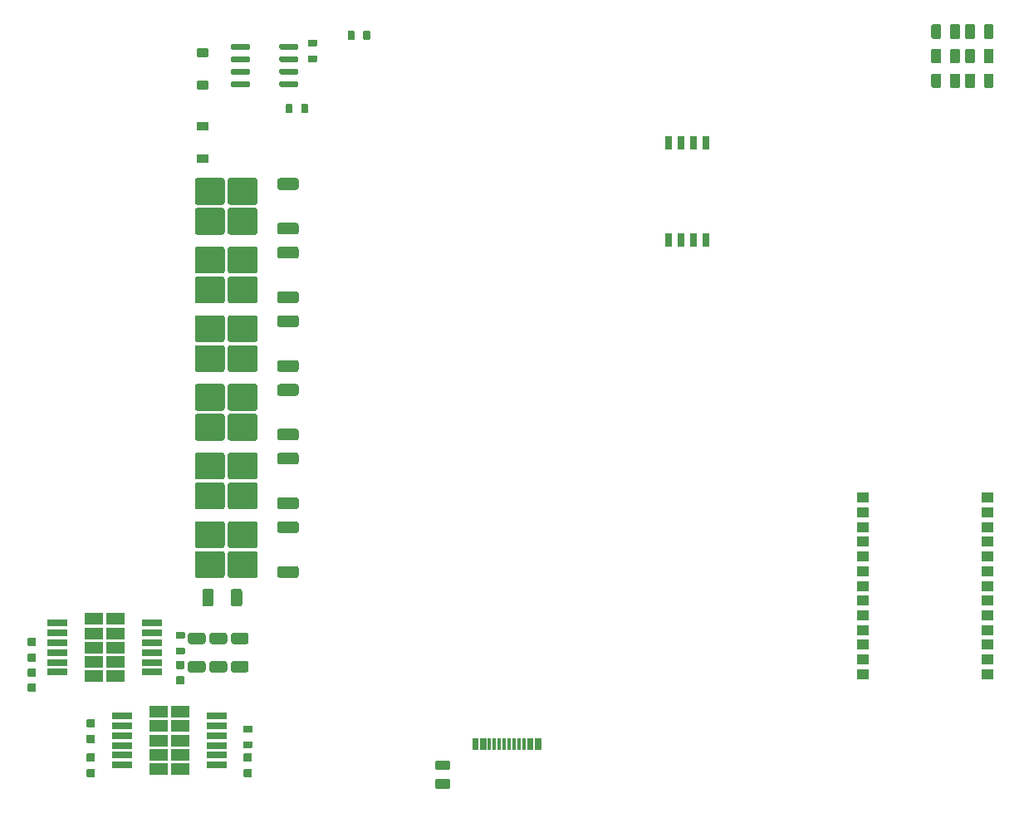
<source format=gtp>
G04 #@! TF.GenerationSoftware,KiCad,Pcbnew,8.0.4*
G04 #@! TF.CreationDate,2024-10-18T14:39:33+02:00*
G04 #@! TF.ProjectId,uefi2,75656669-322e-46b6-9963-61645f706362,C*
G04 #@! TF.SameCoordinates,PX2fb21b8PY98952e8*
G04 #@! TF.FileFunction,Paste,Top*
G04 #@! TF.FilePolarity,Positive*
%FSLAX46Y46*%
G04 Gerber Fmt 4.6, Leading zero omitted, Abs format (unit mm)*
G04 Created by KiCad (PCBNEW 8.0.4) date 2024-10-18 14:39:33*
%MOMM*%
%LPD*%
G01*
G04 APERTURE LIST*
%ADD10O,0.000001X0.000001*%
%ADD11R,1.300000X1.000000*%
%ADD12R,1.950000X1.160000*%
%ADD13R,2.000000X0.650000*%
%ADD14R,0.300000X1.150000*%
%ADD15R,0.690000X1.350000*%
G04 APERTURE END LIST*
G04 #@! TO.C,R40*
G36*
G01*
X96731778Y74686000D02*
X96731778Y75936000D01*
G75*
G02*
X96831778Y76036000I100000J0D01*
G01*
X97631778Y76036000D01*
G75*
G02*
X97731778Y75936000I0J-100000D01*
G01*
X97731778Y74686000D01*
G75*
G02*
X97631778Y74586000I-100000J0D01*
G01*
X96831778Y74586000D01*
G75*
G02*
X96731778Y74686000I0J100000D01*
G01*
G37*
G36*
G01*
X98631800Y74686000D02*
X98631800Y75936000D01*
G75*
G02*
X98731800Y76036000I100000J0D01*
G01*
X99531800Y76036000D01*
G75*
G02*
X99631800Y75936000I0J-100000D01*
G01*
X99631800Y74686000D01*
G75*
G02*
X99531800Y74586000I-100000J0D01*
G01*
X98731800Y74586000D01*
G75*
G02*
X98631800Y74686000I0J100000D01*
G01*
G37*
G04 #@! TD*
G04 #@! TO.C,U7*
G36*
G01*
X28762400Y75104600D02*
X28762400Y74804600D01*
G75*
G02*
X28612400Y74654600I-150000J0D01*
G01*
X26962400Y74654600D01*
G75*
G02*
X26812400Y74804600I0J150000D01*
G01*
X26812400Y75104600D01*
G75*
G02*
X26962400Y75254600I150000J0D01*
G01*
X28612400Y75254600D01*
G75*
G02*
X28762400Y75104600I0J-150000D01*
G01*
G37*
G36*
G01*
X28762400Y76374600D02*
X28762400Y76074600D01*
G75*
G02*
X28612400Y75924600I-150000J0D01*
G01*
X26962400Y75924600D01*
G75*
G02*
X26812400Y76074600I0J150000D01*
G01*
X26812400Y76374600D01*
G75*
G02*
X26962400Y76524600I150000J0D01*
G01*
X28612400Y76524600D01*
G75*
G02*
X28762400Y76374600I0J-150000D01*
G01*
G37*
G36*
G01*
X28762400Y77644600D02*
X28762400Y77344600D01*
G75*
G02*
X28612400Y77194600I-150000J0D01*
G01*
X26962400Y77194600D01*
G75*
G02*
X26812400Y77344600I0J150000D01*
G01*
X26812400Y77644600D01*
G75*
G02*
X26962400Y77794600I150000J0D01*
G01*
X28612400Y77794600D01*
G75*
G02*
X28762400Y77644600I0J-150000D01*
G01*
G37*
G36*
G01*
X28762400Y78914600D02*
X28762400Y78614600D01*
G75*
G02*
X28612400Y78464600I-150000J0D01*
G01*
X26962400Y78464600D01*
G75*
G02*
X26812400Y78614600I0J150000D01*
G01*
X26812400Y78914600D01*
G75*
G02*
X26962400Y79064600I150000J0D01*
G01*
X28612400Y79064600D01*
G75*
G02*
X28762400Y78914600I0J-150000D01*
G01*
G37*
G36*
G01*
X23812400Y78914600D02*
X23812400Y78614600D01*
G75*
G02*
X23662400Y78464600I-150000J0D01*
G01*
X22012400Y78464600D01*
G75*
G02*
X21862400Y78614600I0J150000D01*
G01*
X21862400Y78914600D01*
G75*
G02*
X22012400Y79064600I150000J0D01*
G01*
X23662400Y79064600D01*
G75*
G02*
X23812400Y78914600I0J-150000D01*
G01*
G37*
G36*
G01*
X23812400Y77644600D02*
X23812400Y77344600D01*
G75*
G02*
X23662400Y77194600I-150000J0D01*
G01*
X22012400Y77194600D01*
G75*
G02*
X21862400Y77344600I0J150000D01*
G01*
X21862400Y77644600D01*
G75*
G02*
X22012400Y77794600I150000J0D01*
G01*
X23662400Y77794600D01*
G75*
G02*
X23812400Y77644600I0J-150000D01*
G01*
G37*
G36*
G01*
X23812400Y76374600D02*
X23812400Y76074600D01*
G75*
G02*
X23662400Y75924600I-150000J0D01*
G01*
X22012400Y75924600D01*
G75*
G02*
X21862400Y76074600I0J150000D01*
G01*
X21862400Y76374600D01*
G75*
G02*
X22012400Y76524600I150000J0D01*
G01*
X23662400Y76524600D01*
G75*
G02*
X23812400Y76374600I0J-150000D01*
G01*
G37*
G36*
G01*
X23812400Y75104600D02*
X23812400Y74804600D01*
G75*
G02*
X23662400Y74654600I-150000J0D01*
G01*
X22012400Y74654600D01*
G75*
G02*
X21862400Y74804600I0J150000D01*
G01*
X21862400Y75104600D01*
G75*
G02*
X22012400Y75254600I150000J0D01*
G01*
X23662400Y75254600D01*
G75*
G02*
X23812400Y75104600I0J-150000D01*
G01*
G37*
G04 #@! TD*
G04 #@! TO.C,C24*
G36*
G01*
X7247400Y10209601D02*
X7927400Y10209601D01*
G75*
G02*
X8012400Y10124601I0J-85000D01*
G01*
X8012400Y9444601D01*
G75*
G02*
X7927400Y9359601I-85000J0D01*
G01*
X7247400Y9359601D01*
G75*
G02*
X7162400Y9444601I0J85000D01*
G01*
X7162400Y10124601D01*
G75*
G02*
X7247400Y10209601I85000J0D01*
G01*
G37*
G36*
G01*
X7247400Y8629599D02*
X7927400Y8629599D01*
G75*
G02*
X8012400Y8544599I0J-85000D01*
G01*
X8012400Y7864599D01*
G75*
G02*
X7927400Y7779599I-85000J0D01*
G01*
X7247400Y7779599D01*
G75*
G02*
X7162400Y7864599I0J85000D01*
G01*
X7162400Y8544599D01*
G75*
G02*
X7247400Y8629599I85000J0D01*
G01*
G37*
G04 #@! TD*
G04 #@! TO.C,R39*
G36*
G01*
X96731778Y77186000D02*
X96731778Y78436000D01*
G75*
G02*
X96831778Y78536000I100000J0D01*
G01*
X97631778Y78536000D01*
G75*
G02*
X97731778Y78436000I0J-100000D01*
G01*
X97731778Y77186000D01*
G75*
G02*
X97631778Y77086000I-100000J0D01*
G01*
X96831778Y77086000D01*
G75*
G02*
X96731778Y77186000I0J100000D01*
G01*
G37*
G36*
G01*
X98631800Y77186000D02*
X98631800Y78436000D01*
G75*
G02*
X98731800Y78536000I100000J0D01*
G01*
X99531800Y78536000D01*
G75*
G02*
X99631800Y78436000I0J-100000D01*
G01*
X99631800Y77186000D01*
G75*
G02*
X99531800Y77086000I-100000J0D01*
G01*
X98731800Y77086000D01*
G75*
G02*
X98631800Y77186000I0J100000D01*
G01*
G37*
G04 #@! TD*
G04 #@! TO.C,Q10*
G36*
G01*
X28787400Y39564600D02*
X28787400Y38864600D01*
G75*
G02*
X28537400Y38614600I-250000J0D01*
G01*
X26837400Y38614600D01*
G75*
G02*
X26587400Y38864600I0J250000D01*
G01*
X26587400Y39564600D01*
G75*
G02*
X26837400Y39814600I250000J0D01*
G01*
X28537400Y39814600D01*
G75*
G02*
X28787400Y39564600I0J-250000D01*
G01*
G37*
G36*
G01*
X24587400Y41094600D02*
X24587400Y38844600D01*
G75*
G02*
X24337400Y38594600I-250000J0D01*
G01*
X21787400Y38594600D01*
G75*
G02*
X21537400Y38844600I0J250000D01*
G01*
X21537400Y41094600D01*
G75*
G02*
X21787400Y41344600I250000J0D01*
G01*
X24337400Y41344600D01*
G75*
G02*
X24587400Y41094600I0J-250000D01*
G01*
G37*
G36*
G01*
X24587400Y44144600D02*
X24587400Y41894600D01*
G75*
G02*
X24337400Y41644600I-250000J0D01*
G01*
X21787400Y41644600D01*
G75*
G02*
X21537400Y41894600I0J250000D01*
G01*
X21537400Y44144600D01*
G75*
G02*
X21787400Y44394600I250000J0D01*
G01*
X24337400Y44394600D01*
G75*
G02*
X24587400Y44144600I0J-250000D01*
G01*
G37*
G36*
G01*
X21237400Y41094600D02*
X21237400Y38844600D01*
G75*
G02*
X20987400Y38594600I-250000J0D01*
G01*
X18437400Y38594600D01*
G75*
G02*
X18187400Y38844600I0J250000D01*
G01*
X18187400Y41094600D01*
G75*
G02*
X18437400Y41344600I250000J0D01*
G01*
X20987400Y41344600D01*
G75*
G02*
X21237400Y41094600I0J-250000D01*
G01*
G37*
G36*
G01*
X21237400Y44144600D02*
X21237400Y41894600D01*
G75*
G02*
X20987400Y41644600I-250000J0D01*
G01*
X18437400Y41644600D01*
G75*
G02*
X18187400Y41894600I0J250000D01*
G01*
X18187400Y44144600D01*
G75*
G02*
X18437400Y44394600I250000J0D01*
G01*
X20987400Y44394600D01*
G75*
G02*
X21237400Y44144600I0J-250000D01*
G01*
G37*
G36*
G01*
X28787400Y44124600D02*
X28787400Y43424600D01*
G75*
G02*
X28537400Y43174600I-250000J0D01*
G01*
X26837400Y43174600D01*
G75*
G02*
X26587400Y43424600I0J250000D01*
G01*
X26587400Y44124600D01*
G75*
G02*
X26837400Y44374600I250000J0D01*
G01*
X28537400Y44374600D01*
G75*
G02*
X28787400Y44124600I0J-250000D01*
G01*
G37*
G04 #@! TD*
G04 #@! TO.C,Q7*
G36*
G01*
X28787400Y60564600D02*
X28787400Y59864600D01*
G75*
G02*
X28537400Y59614600I-250000J0D01*
G01*
X26837400Y59614600D01*
G75*
G02*
X26587400Y59864600I0J250000D01*
G01*
X26587400Y60564600D01*
G75*
G02*
X26837400Y60814600I250000J0D01*
G01*
X28537400Y60814600D01*
G75*
G02*
X28787400Y60564600I0J-250000D01*
G01*
G37*
G36*
G01*
X24587400Y62094600D02*
X24587400Y59844600D01*
G75*
G02*
X24337400Y59594600I-250000J0D01*
G01*
X21787400Y59594600D01*
G75*
G02*
X21537400Y59844600I0J250000D01*
G01*
X21537400Y62094600D01*
G75*
G02*
X21787400Y62344600I250000J0D01*
G01*
X24337400Y62344600D01*
G75*
G02*
X24587400Y62094600I0J-250000D01*
G01*
G37*
G36*
G01*
X24587400Y65144600D02*
X24587400Y62894600D01*
G75*
G02*
X24337400Y62644600I-250000J0D01*
G01*
X21787400Y62644600D01*
G75*
G02*
X21537400Y62894600I0J250000D01*
G01*
X21537400Y65144600D01*
G75*
G02*
X21787400Y65394600I250000J0D01*
G01*
X24337400Y65394600D01*
G75*
G02*
X24587400Y65144600I0J-250000D01*
G01*
G37*
G36*
G01*
X21237400Y62094600D02*
X21237400Y59844600D01*
G75*
G02*
X20987400Y59594600I-250000J0D01*
G01*
X18437400Y59594600D01*
G75*
G02*
X18187400Y59844600I0J250000D01*
G01*
X18187400Y62094600D01*
G75*
G02*
X18437400Y62344600I250000J0D01*
G01*
X20987400Y62344600D01*
G75*
G02*
X21237400Y62094600I0J-250000D01*
G01*
G37*
G36*
G01*
X21237400Y65144600D02*
X21237400Y62894600D01*
G75*
G02*
X20987400Y62644600I-250000J0D01*
G01*
X18437400Y62644600D01*
G75*
G02*
X18187400Y62894600I0J250000D01*
G01*
X18187400Y65144600D01*
G75*
G02*
X18437400Y65394600I250000J0D01*
G01*
X20987400Y65394600D01*
G75*
G02*
X21237400Y65144600I0J-250000D01*
G01*
G37*
G36*
G01*
X28787400Y65124600D02*
X28787400Y64424600D01*
G75*
G02*
X28537400Y64174600I-250000J0D01*
G01*
X26837400Y64174600D01*
G75*
G02*
X26587400Y64424600I0J250000D01*
G01*
X26587400Y65124600D01*
G75*
G02*
X26837400Y65374600I250000J0D01*
G01*
X28537400Y65374600D01*
G75*
G02*
X28787400Y65124600I0J-250000D01*
G01*
G37*
G04 #@! TD*
G04 #@! TO.C,Q8*
G36*
G01*
X28787400Y53564600D02*
X28787400Y52864600D01*
G75*
G02*
X28537400Y52614600I-250000J0D01*
G01*
X26837400Y52614600D01*
G75*
G02*
X26587400Y52864600I0J250000D01*
G01*
X26587400Y53564600D01*
G75*
G02*
X26837400Y53814600I250000J0D01*
G01*
X28537400Y53814600D01*
G75*
G02*
X28787400Y53564600I0J-250000D01*
G01*
G37*
G36*
G01*
X24587400Y55094600D02*
X24587400Y52844600D01*
G75*
G02*
X24337400Y52594600I-250000J0D01*
G01*
X21787400Y52594600D01*
G75*
G02*
X21537400Y52844600I0J250000D01*
G01*
X21537400Y55094600D01*
G75*
G02*
X21787400Y55344600I250000J0D01*
G01*
X24337400Y55344600D01*
G75*
G02*
X24587400Y55094600I0J-250000D01*
G01*
G37*
G36*
G01*
X24587400Y58144600D02*
X24587400Y55894600D01*
G75*
G02*
X24337400Y55644600I-250000J0D01*
G01*
X21787400Y55644600D01*
G75*
G02*
X21537400Y55894600I0J250000D01*
G01*
X21537400Y58144600D01*
G75*
G02*
X21787400Y58394600I250000J0D01*
G01*
X24337400Y58394600D01*
G75*
G02*
X24587400Y58144600I0J-250000D01*
G01*
G37*
G36*
G01*
X21237400Y55094600D02*
X21237400Y52844600D01*
G75*
G02*
X20987400Y52594600I-250000J0D01*
G01*
X18437400Y52594600D01*
G75*
G02*
X18187400Y52844600I0J250000D01*
G01*
X18187400Y55094600D01*
G75*
G02*
X18437400Y55344600I250000J0D01*
G01*
X20987400Y55344600D01*
G75*
G02*
X21237400Y55094600I0J-250000D01*
G01*
G37*
G36*
G01*
X21237400Y58144600D02*
X21237400Y55894600D01*
G75*
G02*
X20987400Y55644600I-250000J0D01*
G01*
X18437400Y55644600D01*
G75*
G02*
X18187400Y55894600I0J250000D01*
G01*
X18187400Y58144600D01*
G75*
G02*
X18437400Y58394600I250000J0D01*
G01*
X20987400Y58394600D01*
G75*
G02*
X21237400Y58144600I0J-250000D01*
G01*
G37*
G36*
G01*
X28787400Y58124600D02*
X28787400Y57424600D01*
G75*
G02*
X28537400Y57174600I-250000J0D01*
G01*
X26837400Y57174600D01*
G75*
G02*
X26587400Y57424600I0J250000D01*
G01*
X26587400Y58124600D01*
G75*
G02*
X26837400Y58374600I250000J0D01*
G01*
X28537400Y58374600D01*
G75*
G02*
X28787400Y58124600I0J-250000D01*
G01*
G37*
G04 #@! TD*
G04 #@! TO.C,C26*
G36*
G01*
X23247400Y6709601D02*
X23927400Y6709601D01*
G75*
G02*
X24012400Y6624601I0J-85000D01*
G01*
X24012400Y5944601D01*
G75*
G02*
X23927400Y5859601I-85000J0D01*
G01*
X23247400Y5859601D01*
G75*
G02*
X23162400Y5944601I0J85000D01*
G01*
X23162400Y6624601D01*
G75*
G02*
X23247400Y6709601I85000J0D01*
G01*
G37*
G36*
G01*
X23247400Y5129599D02*
X23927400Y5129599D01*
G75*
G02*
X24012400Y5044599I0J-85000D01*
G01*
X24012400Y4364599D01*
G75*
G02*
X23927400Y4279599I-85000J0D01*
G01*
X23247400Y4279599D01*
G75*
G02*
X23162400Y4364599I0J85000D01*
G01*
X23162400Y5044599D01*
G75*
G02*
X23247400Y5129599I85000J0D01*
G01*
G37*
G04 #@! TD*
G04 #@! TO.C,R1*
G36*
G01*
X36069897Y80309600D02*
X36069897Y79529600D01*
G75*
G02*
X35999897Y79459600I-70000J0D01*
G01*
X35439897Y79459600D01*
G75*
G02*
X35369897Y79529600I0J70000D01*
G01*
X35369897Y80309600D01*
G75*
G02*
X35439897Y80379600I70000J0D01*
G01*
X35999897Y80379600D01*
G75*
G02*
X36069897Y80309600I0J-70000D01*
G01*
G37*
G36*
G01*
X34469897Y80309600D02*
X34469897Y79529600D01*
G75*
G02*
X34399897Y79459600I-70000J0D01*
G01*
X33839897Y79459600D01*
G75*
G02*
X33769897Y79529600I0J70000D01*
G01*
X33769897Y80309600D01*
G75*
G02*
X33839897Y80379600I70000J0D01*
G01*
X34399897Y80379600D01*
G75*
G02*
X34469897Y80309600I0J-70000D01*
G01*
G37*
G04 #@! TD*
G04 #@! TO.C,C13*
G36*
G01*
X16372400Y16169601D02*
X17052400Y16169601D01*
G75*
G02*
X17137400Y16084601I0J-85000D01*
G01*
X17137400Y15404601D01*
G75*
G02*
X17052400Y15319601I-85000J0D01*
G01*
X16372400Y15319601D01*
G75*
G02*
X16287400Y15404601I0J85000D01*
G01*
X16287400Y16084601D01*
G75*
G02*
X16372400Y16169601I85000J0D01*
G01*
G37*
G36*
G01*
X16372400Y14589599D02*
X17052400Y14589599D01*
G75*
G02*
X17137400Y14504599I0J-85000D01*
G01*
X17137400Y13824599D01*
G75*
G02*
X17052400Y13739599I-85000J0D01*
G01*
X16372400Y13739599D01*
G75*
G02*
X16287400Y13824599I0J85000D01*
G01*
X16287400Y14504599D01*
G75*
G02*
X16372400Y14589599I85000J0D01*
G01*
G37*
G04 #@! TD*
G04 #@! TO.C,F4*
G36*
G01*
X17487400Y18099610D02*
X17487400Y18789610D01*
G75*
G02*
X17717400Y19019610I230000J0D01*
G01*
X19057400Y19019610D01*
G75*
G02*
X19287400Y18789610I0J-230000D01*
G01*
X19287400Y18099610D01*
G75*
G02*
X19057400Y17869610I-230000J0D01*
G01*
X17717400Y17869610D01*
G75*
G02*
X17487400Y18099610I0J230000D01*
G01*
G37*
G36*
G01*
X17487400Y15199590D02*
X17487400Y15889590D01*
G75*
G02*
X17717400Y16119590I230000J0D01*
G01*
X19057400Y16119590D01*
G75*
G02*
X19287400Y15889590I0J-230000D01*
G01*
X19287400Y15199590D01*
G75*
G02*
X19057400Y14969590I-230000J0D01*
G01*
X17717400Y14969590D01*
G75*
G02*
X17487400Y15199590I0J230000D01*
G01*
G37*
G04 #@! TD*
G04 #@! TO.C,R37*
G36*
G01*
X93281778Y74686000D02*
X93281778Y75936000D01*
G75*
G02*
X93381778Y76036000I100000J0D01*
G01*
X94181778Y76036000D01*
G75*
G02*
X94281778Y75936000I0J-100000D01*
G01*
X94281778Y74686000D01*
G75*
G02*
X94181778Y74586000I-100000J0D01*
G01*
X93381778Y74586000D01*
G75*
G02*
X93281778Y74686000I0J100000D01*
G01*
G37*
G36*
G01*
X95181800Y74686000D02*
X95181800Y75936000D01*
G75*
G02*
X95281800Y76036000I100000J0D01*
G01*
X96081800Y76036000D01*
G75*
G02*
X96181800Y75936000I0J-100000D01*
G01*
X96181800Y74686000D01*
G75*
G02*
X96081800Y74586000I-100000J0D01*
G01*
X95281800Y74586000D01*
G75*
G02*
X95181800Y74686000I0J100000D01*
G01*
G37*
G04 #@! TD*
G04 #@! TO.C,C11*
G36*
G01*
X1247400Y18509601D02*
X1927400Y18509601D01*
G75*
G02*
X2012400Y18424601I0J-85000D01*
G01*
X2012400Y17744601D01*
G75*
G02*
X1927400Y17659601I-85000J0D01*
G01*
X1247400Y17659601D01*
G75*
G02*
X1162400Y17744601I0J85000D01*
G01*
X1162400Y18424601D01*
G75*
G02*
X1247400Y18509601I85000J0D01*
G01*
G37*
G36*
G01*
X1247400Y16929599D02*
X1927400Y16929599D01*
G75*
G02*
X2012400Y16844599I0J-85000D01*
G01*
X2012400Y16164599D01*
G75*
G02*
X1927400Y16079599I-85000J0D01*
G01*
X1247400Y16079599D01*
G75*
G02*
X1162400Y16164599I0J85000D01*
G01*
X1162400Y16844599D01*
G75*
G02*
X1247400Y16929599I85000J0D01*
G01*
G37*
G04 #@! TD*
G04 #@! TO.C,R10*
G36*
G01*
X29737400Y72834600D02*
X29737400Y72054600D01*
G75*
G02*
X29667400Y71984600I-70000J0D01*
G01*
X29107400Y71984600D01*
G75*
G02*
X29037400Y72054600I0J70000D01*
G01*
X29037400Y72834600D01*
G75*
G02*
X29107400Y72904600I70000J0D01*
G01*
X29667400Y72904600D01*
G75*
G02*
X29737400Y72834600I0J-70000D01*
G01*
G37*
G36*
G01*
X28137400Y72834600D02*
X28137400Y72054600D01*
G75*
G02*
X28067400Y71984600I-70000J0D01*
G01*
X27507400Y71984600D01*
G75*
G02*
X27437400Y72054600I0J70000D01*
G01*
X27437400Y72834600D01*
G75*
G02*
X27507400Y72904600I70000J0D01*
G01*
X28067400Y72904600D01*
G75*
G02*
X28137400Y72834600I0J-70000D01*
G01*
G37*
G04 #@! TD*
G04 #@! TO.C,F3*
G36*
G01*
X19687400Y18099610D02*
X19687400Y18789610D01*
G75*
G02*
X19917400Y19019610I230000J0D01*
G01*
X21257400Y19019610D01*
G75*
G02*
X21487400Y18789610I0J-230000D01*
G01*
X21487400Y18099610D01*
G75*
G02*
X21257400Y17869610I-230000J0D01*
G01*
X19917400Y17869610D01*
G75*
G02*
X19687400Y18099610I0J230000D01*
G01*
G37*
G36*
G01*
X19687400Y15199590D02*
X19687400Y15889590D01*
G75*
G02*
X19917400Y16119590I230000J0D01*
G01*
X21257400Y16119590D01*
G75*
G02*
X21487400Y15889590I0J-230000D01*
G01*
X21487400Y15199590D01*
G75*
G02*
X21257400Y14969590I-230000J0D01*
G01*
X19917400Y14969590D01*
G75*
G02*
X19687400Y15199590I0J230000D01*
G01*
G37*
G04 #@! TD*
G04 #@! TO.C,C25*
G36*
G01*
X7927400Y4279599D02*
X7247400Y4279599D01*
G75*
G02*
X7162400Y4364599I0J85000D01*
G01*
X7162400Y5044599D01*
G75*
G02*
X7247400Y5129599I85000J0D01*
G01*
X7927400Y5129599D01*
G75*
G02*
X8012400Y5044599I0J-85000D01*
G01*
X8012400Y4364599D01*
G75*
G02*
X7927400Y4279599I-85000J0D01*
G01*
G37*
G36*
G01*
X7927400Y5859601D02*
X7247400Y5859601D01*
G75*
G02*
X7162400Y5944601I0J85000D01*
G01*
X7162400Y6624601D01*
G75*
G02*
X7247400Y6709601I85000J0D01*
G01*
X7927400Y6709601D01*
G75*
G02*
X8012400Y6624601I0J-85000D01*
G01*
X8012400Y5944601D01*
G75*
G02*
X7927400Y5859601I-85000J0D01*
G01*
G37*
G04 #@! TD*
G04 #@! TO.C,Q12*
G36*
G01*
X28787400Y25564600D02*
X28787400Y24864600D01*
G75*
G02*
X28537400Y24614600I-250000J0D01*
G01*
X26837400Y24614600D01*
G75*
G02*
X26587400Y24864600I0J250000D01*
G01*
X26587400Y25564600D01*
G75*
G02*
X26837400Y25814600I250000J0D01*
G01*
X28537400Y25814600D01*
G75*
G02*
X28787400Y25564600I0J-250000D01*
G01*
G37*
G36*
G01*
X24587400Y27094600D02*
X24587400Y24844600D01*
G75*
G02*
X24337400Y24594600I-250000J0D01*
G01*
X21787400Y24594600D01*
G75*
G02*
X21537400Y24844600I0J250000D01*
G01*
X21537400Y27094600D01*
G75*
G02*
X21787400Y27344600I250000J0D01*
G01*
X24337400Y27344600D01*
G75*
G02*
X24587400Y27094600I0J-250000D01*
G01*
G37*
G36*
G01*
X24587400Y30144600D02*
X24587400Y27894600D01*
G75*
G02*
X24337400Y27644600I-250000J0D01*
G01*
X21787400Y27644600D01*
G75*
G02*
X21537400Y27894600I0J250000D01*
G01*
X21537400Y30144600D01*
G75*
G02*
X21787400Y30394600I250000J0D01*
G01*
X24337400Y30394600D01*
G75*
G02*
X24587400Y30144600I0J-250000D01*
G01*
G37*
G36*
G01*
X21237400Y27094600D02*
X21237400Y24844600D01*
G75*
G02*
X20987400Y24594600I-250000J0D01*
G01*
X18437400Y24594600D01*
G75*
G02*
X18187400Y24844600I0J250000D01*
G01*
X18187400Y27094600D01*
G75*
G02*
X18437400Y27344600I250000J0D01*
G01*
X20987400Y27344600D01*
G75*
G02*
X21237400Y27094600I0J-250000D01*
G01*
G37*
G36*
G01*
X21237400Y30144600D02*
X21237400Y27894600D01*
G75*
G02*
X20987400Y27644600I-250000J0D01*
G01*
X18437400Y27644600D01*
G75*
G02*
X18187400Y27894600I0J250000D01*
G01*
X18187400Y30144600D01*
G75*
G02*
X18437400Y30394600I250000J0D01*
G01*
X20987400Y30394600D01*
G75*
G02*
X21237400Y30144600I0J-250000D01*
G01*
G37*
G36*
G01*
X28787400Y30124600D02*
X28787400Y29424600D01*
G75*
G02*
X28537400Y29174600I-250000J0D01*
G01*
X26837400Y29174600D01*
G75*
G02*
X26587400Y29424600I0J250000D01*
G01*
X26587400Y30124600D01*
G75*
G02*
X26837400Y30374600I250000J0D01*
G01*
X28537400Y30374600D01*
G75*
G02*
X28787400Y30124600I0J-250000D01*
G01*
G37*
G04 #@! TD*
D10*
G04 #@! TO.C,M7*
X30887403Y48294599D03*
G04 #@! TD*
G04 #@! TO.C,R9*
G36*
G01*
X16322400Y19104600D02*
X17102400Y19104600D01*
G75*
G02*
X17172400Y19034600I0J-70000D01*
G01*
X17172400Y18474600D01*
G75*
G02*
X17102400Y18404600I-70000J0D01*
G01*
X16322400Y18404600D01*
G75*
G02*
X16252400Y18474600I0J70000D01*
G01*
X16252400Y19034600D01*
G75*
G02*
X16322400Y19104600I70000J0D01*
G01*
G37*
G36*
G01*
X16322400Y17504600D02*
X17102400Y17504600D01*
G75*
G02*
X17172400Y17434600I0J-70000D01*
G01*
X17172400Y16874600D01*
G75*
G02*
X17102400Y16804600I-70000J0D01*
G01*
X16322400Y16804600D01*
G75*
G02*
X16252400Y16874600I0J70000D01*
G01*
X16252400Y17434600D01*
G75*
G02*
X16322400Y17504600I70000J0D01*
G01*
G37*
G04 #@! TD*
G04 #@! TO.C,Q9*
G36*
G01*
X28787400Y46564600D02*
X28787400Y45864600D01*
G75*
G02*
X28537400Y45614600I-250000J0D01*
G01*
X26837400Y45614600D01*
G75*
G02*
X26587400Y45864600I0J250000D01*
G01*
X26587400Y46564600D01*
G75*
G02*
X26837400Y46814600I250000J0D01*
G01*
X28537400Y46814600D01*
G75*
G02*
X28787400Y46564600I0J-250000D01*
G01*
G37*
G36*
G01*
X24587400Y48094600D02*
X24587400Y45844600D01*
G75*
G02*
X24337400Y45594600I-250000J0D01*
G01*
X21787400Y45594600D01*
G75*
G02*
X21537400Y45844600I0J250000D01*
G01*
X21537400Y48094600D01*
G75*
G02*
X21787400Y48344600I250000J0D01*
G01*
X24337400Y48344600D01*
G75*
G02*
X24587400Y48094600I0J-250000D01*
G01*
G37*
G36*
G01*
X24587400Y51144600D02*
X24587400Y48894600D01*
G75*
G02*
X24337400Y48644600I-250000J0D01*
G01*
X21787400Y48644600D01*
G75*
G02*
X21537400Y48894600I0J250000D01*
G01*
X21537400Y51144600D01*
G75*
G02*
X21787400Y51394600I250000J0D01*
G01*
X24337400Y51394600D01*
G75*
G02*
X24587400Y51144600I0J-250000D01*
G01*
G37*
G36*
G01*
X21237400Y48094600D02*
X21237400Y45844600D01*
G75*
G02*
X20987400Y45594600I-250000J0D01*
G01*
X18437400Y45594600D01*
G75*
G02*
X18187400Y45844600I0J250000D01*
G01*
X18187400Y48094600D01*
G75*
G02*
X18437400Y48344600I250000J0D01*
G01*
X20987400Y48344600D01*
G75*
G02*
X21237400Y48094600I0J-250000D01*
G01*
G37*
G36*
G01*
X21237400Y51144600D02*
X21237400Y48894600D01*
G75*
G02*
X20987400Y48644600I-250000J0D01*
G01*
X18437400Y48644600D01*
G75*
G02*
X18187400Y48894600I0J250000D01*
G01*
X18187400Y51144600D01*
G75*
G02*
X18437400Y51394600I250000J0D01*
G01*
X20987400Y51394600D01*
G75*
G02*
X21237400Y51144600I0J-250000D01*
G01*
G37*
G36*
G01*
X28787400Y51124600D02*
X28787400Y50424600D01*
G75*
G02*
X28537400Y50174600I-250000J0D01*
G01*
X26837400Y50174600D01*
G75*
G02*
X26587400Y50424600I0J250000D01*
G01*
X26587400Y51124600D01*
G75*
G02*
X26837400Y51374600I250000J0D01*
G01*
X28537400Y51374600D01*
G75*
G02*
X28787400Y51124600I0J-250000D01*
G01*
G37*
G04 #@! TD*
D11*
G04 #@! TO.C,U5*
X98987400Y14794600D03*
X98987400Y16294600D03*
X98987400Y17794600D03*
X98987400Y19294600D03*
X98987400Y20794600D03*
X98987400Y22294600D03*
X98987400Y23794600D03*
X98987400Y25294600D03*
X98987400Y26794600D03*
X98987400Y28294600D03*
X98987400Y29794600D03*
X98987400Y31294600D03*
X98987400Y32794600D03*
X86287400Y32794600D03*
X86287400Y31294600D03*
X86287400Y29794600D03*
X86287400Y28294600D03*
X86287400Y26794600D03*
X86287400Y25294600D03*
X86287400Y23794600D03*
X86287400Y22294600D03*
X86287400Y20794600D03*
X86287400Y19294600D03*
X86287400Y17794600D03*
X86287400Y16294600D03*
X86287400Y14794600D03*
G04 #@! TD*
G04 #@! TO.C,R35*
G36*
G01*
X93281778Y79686000D02*
X93281778Y80936000D01*
G75*
G02*
X93381778Y81036000I100000J0D01*
G01*
X94181778Y81036000D01*
G75*
G02*
X94281778Y80936000I0J-100000D01*
G01*
X94281778Y79686000D01*
G75*
G02*
X94181778Y79586000I-100000J0D01*
G01*
X93381778Y79586000D01*
G75*
G02*
X93281778Y79686000I0J100000D01*
G01*
G37*
G36*
G01*
X95181800Y79686000D02*
X95181800Y80936000D01*
G75*
G02*
X95281800Y81036000I100000J0D01*
G01*
X96081800Y81036000D01*
G75*
G02*
X96181800Y80936000I0J-100000D01*
G01*
X96181800Y79686000D01*
G75*
G02*
X96081800Y79586000I-100000J0D01*
G01*
X95281800Y79586000D01*
G75*
G02*
X95181800Y79686000I0J100000D01*
G01*
G37*
G04 #@! TD*
G04 #@! TO.C,F1*
G36*
G01*
X21887400Y18099610D02*
X21887400Y18789610D01*
G75*
G02*
X22117400Y19019610I230000J0D01*
G01*
X23457400Y19019610D01*
G75*
G02*
X23687400Y18789610I0J-230000D01*
G01*
X23687400Y18099610D01*
G75*
G02*
X23457400Y17869610I-230000J0D01*
G01*
X22117400Y17869610D01*
G75*
G02*
X21887400Y18099610I0J230000D01*
G01*
G37*
G36*
G01*
X21887400Y15199590D02*
X21887400Y15889590D01*
G75*
G02*
X22117400Y16119590I230000J0D01*
G01*
X23457400Y16119590D01*
G75*
G02*
X23687400Y15889590I0J-230000D01*
G01*
X23687400Y15199590D01*
G75*
G02*
X23457400Y14969590I-230000J0D01*
G01*
X22117400Y14969590D01*
G75*
G02*
X21887400Y15199590I0J230000D01*
G01*
G37*
G04 #@! TD*
G04 #@! TO.C,R4*
G36*
G01*
X42837009Y6014210D02*
X44087009Y6014210D01*
G75*
G02*
X44187009Y5914210I0J-100000D01*
G01*
X44187009Y5114210D01*
G75*
G02*
X44087009Y5014210I-100000J0D01*
G01*
X42837009Y5014210D01*
G75*
G02*
X42737009Y5114210I0J100000D01*
G01*
X42737009Y5914210D01*
G75*
G02*
X42837009Y6014210I100000J0D01*
G01*
G37*
G36*
G01*
X42837009Y4114188D02*
X44087009Y4114188D01*
G75*
G02*
X44187009Y4014188I0J-100000D01*
G01*
X44187009Y3214188D01*
G75*
G02*
X44087009Y3114188I-100000J0D01*
G01*
X42837009Y3114188D01*
G75*
G02*
X42737009Y3214188I0J100000D01*
G01*
X42737009Y4014188D01*
G75*
G02*
X42837009Y4114188I100000J0D01*
G01*
G37*
G04 #@! TD*
G04 #@! TO.C,R11*
G36*
G01*
X29797400Y79494600D02*
X30577400Y79494600D01*
G75*
G02*
X30647400Y79424600I0J-70000D01*
G01*
X30647400Y78864600D01*
G75*
G02*
X30577400Y78794600I-70000J0D01*
G01*
X29797400Y78794600D01*
G75*
G02*
X29727400Y78864600I0J70000D01*
G01*
X29727400Y79424600D01*
G75*
G02*
X29797400Y79494600I70000J0D01*
G01*
G37*
G36*
G01*
X29797400Y77894600D02*
X30577400Y77894600D01*
G75*
G02*
X30647400Y77824600I0J-70000D01*
G01*
X30647400Y77264600D01*
G75*
G02*
X30577400Y77194600I-70000J0D01*
G01*
X29797400Y77194600D01*
G75*
G02*
X29727400Y77264600I0J70000D01*
G01*
X29727400Y77824600D01*
G75*
G02*
X29797400Y77894600I70000J0D01*
G01*
G37*
G04 #@! TD*
G04 #@! TO.C,D3*
G36*
G01*
X19497400Y74394600D02*
X18477400Y74394600D01*
G75*
G02*
X18387400Y74484600I0J90000D01*
G01*
X18387400Y75204600D01*
G75*
G02*
X18477400Y75294600I90000J0D01*
G01*
X19497400Y75294600D01*
G75*
G02*
X19587400Y75204600I0J-90000D01*
G01*
X19587400Y74484600D01*
G75*
G02*
X19497400Y74394600I-90000J0D01*
G01*
G37*
G36*
G01*
X19497400Y77694600D02*
X18477400Y77694600D01*
G75*
G02*
X18387400Y77784600I0J90000D01*
G01*
X18387400Y78504600D01*
G75*
G02*
X18477400Y78594600I90000J0D01*
G01*
X19497400Y78594600D01*
G75*
G02*
X19587400Y78504600I0J-90000D01*
G01*
X19587400Y77784600D01*
G75*
G02*
X19497400Y77694600I-90000J0D01*
G01*
G37*
G04 #@! TD*
G04 #@! TO.C,R38*
G36*
G01*
X96731778Y79686000D02*
X96731778Y80936000D01*
G75*
G02*
X96831778Y81036000I100000J0D01*
G01*
X97631778Y81036000D01*
G75*
G02*
X97731778Y80936000I0J-100000D01*
G01*
X97731778Y79686000D01*
G75*
G02*
X97631778Y79586000I-100000J0D01*
G01*
X96831778Y79586000D01*
G75*
G02*
X96731778Y79686000I0J100000D01*
G01*
G37*
G36*
G01*
X98631800Y79686000D02*
X98631800Y80936000D01*
G75*
G02*
X98731800Y81036000I100000J0D01*
G01*
X99531800Y81036000D01*
G75*
G02*
X99631800Y80936000I0J-100000D01*
G01*
X99631800Y79686000D01*
G75*
G02*
X99531800Y79586000I-100000J0D01*
G01*
X98731800Y79586000D01*
G75*
G02*
X98631800Y79686000I0J100000D01*
G01*
G37*
G04 #@! TD*
G04 #@! TO.C,R36*
G36*
G01*
X93281778Y77186000D02*
X93281778Y78436000D01*
G75*
G02*
X93381778Y78536000I100000J0D01*
G01*
X94181778Y78536000D01*
G75*
G02*
X94281778Y78436000I0J-100000D01*
G01*
X94281778Y77186000D01*
G75*
G02*
X94181778Y77086000I-100000J0D01*
G01*
X93381778Y77086000D01*
G75*
G02*
X93281778Y77186000I0J100000D01*
G01*
G37*
G36*
G01*
X95181800Y77186000D02*
X95181800Y78436000D01*
G75*
G02*
X95281800Y78536000I100000J0D01*
G01*
X96081800Y78536000D01*
G75*
G02*
X96181800Y78436000I0J-100000D01*
G01*
X96181800Y77186000D01*
G75*
G02*
X96081800Y77086000I-100000J0D01*
G01*
X95281800Y77086000D01*
G75*
G02*
X95181800Y77186000I0J100000D01*
G01*
G37*
G04 #@! TD*
D12*
G04 #@! TO.C,U1*
X7862400Y20414600D03*
X7862400Y18954600D03*
X7862400Y17494600D03*
X7862400Y16034600D03*
X7862400Y14574600D03*
X10112400Y20414600D03*
X10112400Y18954600D03*
X10112400Y17494600D03*
X10112400Y16034600D03*
X10112400Y14574600D03*
D13*
X4187400Y19994600D03*
X4187400Y18994600D03*
X4187400Y17994600D03*
X4187400Y16994600D03*
X4187400Y15994600D03*
X4187400Y14994600D03*
X13787400Y14994600D03*
X13787400Y15994600D03*
X13787400Y16994600D03*
X13787400Y17994600D03*
X13787400Y18994600D03*
X13787400Y19994600D03*
G04 #@! TD*
D12*
G04 #@! TO.C,U2*
X14487400Y10954600D03*
X14487400Y9494600D03*
X14487400Y8034600D03*
X14487400Y6574600D03*
X14487400Y5114600D03*
X16737400Y10954600D03*
X16737400Y9494600D03*
X16737400Y8034600D03*
X16737400Y6574600D03*
X16737400Y5114600D03*
D13*
X10812400Y10534600D03*
X10812400Y9534600D03*
X10812400Y8534600D03*
X10812400Y7534600D03*
X10812400Y6534600D03*
X10812400Y5534600D03*
X20412400Y5534600D03*
X20412400Y6534600D03*
X20412400Y7534600D03*
X20412400Y8534600D03*
X20412400Y9534600D03*
X20412400Y10534600D03*
G04 #@! TD*
G04 #@! TO.C,Q11*
G36*
G01*
X28787400Y32564600D02*
X28787400Y31864600D01*
G75*
G02*
X28537400Y31614600I-250000J0D01*
G01*
X26837400Y31614600D01*
G75*
G02*
X26587400Y31864600I0J250000D01*
G01*
X26587400Y32564600D01*
G75*
G02*
X26837400Y32814600I250000J0D01*
G01*
X28537400Y32814600D01*
G75*
G02*
X28787400Y32564600I0J-250000D01*
G01*
G37*
G36*
G01*
X24587400Y34094600D02*
X24587400Y31844600D01*
G75*
G02*
X24337400Y31594600I-250000J0D01*
G01*
X21787400Y31594600D01*
G75*
G02*
X21537400Y31844600I0J250000D01*
G01*
X21537400Y34094600D01*
G75*
G02*
X21787400Y34344600I250000J0D01*
G01*
X24337400Y34344600D01*
G75*
G02*
X24587400Y34094600I0J-250000D01*
G01*
G37*
G36*
G01*
X24587400Y37144600D02*
X24587400Y34894600D01*
G75*
G02*
X24337400Y34644600I-250000J0D01*
G01*
X21787400Y34644600D01*
G75*
G02*
X21537400Y34894600I0J250000D01*
G01*
X21537400Y37144600D01*
G75*
G02*
X21787400Y37394600I250000J0D01*
G01*
X24337400Y37394600D01*
G75*
G02*
X24587400Y37144600I0J-250000D01*
G01*
G37*
G36*
G01*
X21237400Y34094600D02*
X21237400Y31844600D01*
G75*
G02*
X20987400Y31594600I-250000J0D01*
G01*
X18437400Y31594600D01*
G75*
G02*
X18187400Y31844600I0J250000D01*
G01*
X18187400Y34094600D01*
G75*
G02*
X18437400Y34344600I250000J0D01*
G01*
X20987400Y34344600D01*
G75*
G02*
X21237400Y34094600I0J-250000D01*
G01*
G37*
G36*
G01*
X21237400Y37144600D02*
X21237400Y34894600D01*
G75*
G02*
X20987400Y34644600I-250000J0D01*
G01*
X18437400Y34644600D01*
G75*
G02*
X18187400Y34894600I0J250000D01*
G01*
X18187400Y37144600D01*
G75*
G02*
X18437400Y37394600I250000J0D01*
G01*
X20987400Y37394600D01*
G75*
G02*
X21237400Y37144600I0J-250000D01*
G01*
G37*
G36*
G01*
X28787400Y37124600D02*
X28787400Y36424600D01*
G75*
G02*
X28537400Y36174600I-250000J0D01*
G01*
X26837400Y36174600D01*
G75*
G02*
X26587400Y36424600I0J250000D01*
G01*
X26587400Y37124600D01*
G75*
G02*
X26837400Y37374600I250000J0D01*
G01*
X28537400Y37374600D01*
G75*
G02*
X28787400Y37124600I0J-250000D01*
G01*
G37*
G04 #@! TD*
D14*
G04 #@! TO.C,J9*
X46637400Y7664600D03*
X47437400Y7664600D03*
X48737400Y7664600D03*
X49737400Y7664600D03*
X50237400Y7664600D03*
X51237400Y7664600D03*
X52537400Y7664600D03*
X53337400Y7664600D03*
X53037400Y7664600D03*
X52237400Y7664600D03*
X51737400Y7664600D03*
X50737400Y7664600D03*
X49237400Y7664600D03*
X48237400Y7664600D03*
X47737400Y7664600D03*
X46937400Y7664600D03*
G04 #@! TD*
G04 #@! TO.C,F2*
G36*
G01*
X19882390Y21694600D02*
X19192390Y21694600D01*
G75*
G02*
X18962390Y21924600I0J230000D01*
G01*
X18962390Y23264600D01*
G75*
G02*
X19192390Y23494600I230000J0D01*
G01*
X19882390Y23494600D01*
G75*
G02*
X20112390Y23264600I0J-230000D01*
G01*
X20112390Y21924600D01*
G75*
G02*
X19882390Y21694600I-230000J0D01*
G01*
G37*
G36*
G01*
X22782410Y21694600D02*
X22092410Y21694600D01*
G75*
G02*
X21862410Y21924600I0J230000D01*
G01*
X21862410Y23264600D01*
G75*
G02*
X22092410Y23494600I230000J0D01*
G01*
X22782410Y23494600D01*
G75*
G02*
X23012410Y23264600I0J-230000D01*
G01*
X23012410Y21924600D01*
G75*
G02*
X22782410Y21694600I-230000J0D01*
G01*
G37*
G04 #@! TD*
G04 #@! TO.C,D5*
G36*
G01*
X19497400Y66894600D02*
X18477400Y66894600D01*
G75*
G02*
X18387400Y66984600I0J90000D01*
G01*
X18387400Y67704600D01*
G75*
G02*
X18477400Y67794600I90000J0D01*
G01*
X19497400Y67794600D01*
G75*
G02*
X19587400Y67704600I0J-90000D01*
G01*
X19587400Y66984600D01*
G75*
G02*
X19497400Y66894600I-90000J0D01*
G01*
G37*
G36*
G01*
X19497400Y70194600D02*
X18477400Y70194600D01*
G75*
G02*
X18387400Y70284600I0J90000D01*
G01*
X18387400Y71004600D01*
G75*
G02*
X18477400Y71094600I90000J0D01*
G01*
X19497400Y71094600D01*
G75*
G02*
X19587400Y71004600I0J-90000D01*
G01*
X19587400Y70284600D01*
G75*
G02*
X19497400Y70194600I-90000J0D01*
G01*
G37*
G04 #@! TD*
G04 #@! TO.C,R14*
G36*
G01*
X23197400Y9544600D02*
X23977400Y9544600D01*
G75*
G02*
X24047400Y9474600I0J-70000D01*
G01*
X24047400Y8914600D01*
G75*
G02*
X23977400Y8844600I-70000J0D01*
G01*
X23197400Y8844600D01*
G75*
G02*
X23127400Y8914600I0J70000D01*
G01*
X23127400Y9474600D01*
G75*
G02*
X23197400Y9544600I70000J0D01*
G01*
G37*
G36*
G01*
X23197400Y7944600D02*
X23977400Y7944600D01*
G75*
G02*
X24047400Y7874600I0J-70000D01*
G01*
X24047400Y7314600D01*
G75*
G02*
X23977400Y7244600I-70000J0D01*
G01*
X23197400Y7244600D01*
G75*
G02*
X23127400Y7314600I0J70000D01*
G01*
X23127400Y7874600D01*
G75*
G02*
X23197400Y7944600I70000J0D01*
G01*
G37*
G04 #@! TD*
D15*
G04 #@! TO.C,U3*
X70310650Y68937100D03*
X70310650Y59094600D03*
X69040650Y59094600D03*
X67770650Y59094600D03*
X66500650Y59094600D03*
X66500650Y68937100D03*
X67770650Y68937100D03*
X69040650Y68937100D03*
G04 #@! TD*
G04 #@! TO.C,C12*
G36*
G01*
X1927400Y12979599D02*
X1247400Y12979599D01*
G75*
G02*
X1162400Y13064599I0J85000D01*
G01*
X1162400Y13744599D01*
G75*
G02*
X1247400Y13829599I85000J0D01*
G01*
X1927400Y13829599D01*
G75*
G02*
X2012400Y13744599I0J-85000D01*
G01*
X2012400Y13064599D01*
G75*
G02*
X1927400Y12979599I-85000J0D01*
G01*
G37*
G36*
G01*
X1927400Y14559601D02*
X1247400Y14559601D01*
G75*
G02*
X1162400Y14644601I0J85000D01*
G01*
X1162400Y15324601D01*
G75*
G02*
X1247400Y15409601I85000J0D01*
G01*
X1927400Y15409601D01*
G75*
G02*
X2012400Y15324601I0J-85000D01*
G01*
X2012400Y14644601D01*
G75*
G02*
X1927400Y14559601I-85000J0D01*
G01*
G37*
G04 #@! TD*
M02*

</source>
